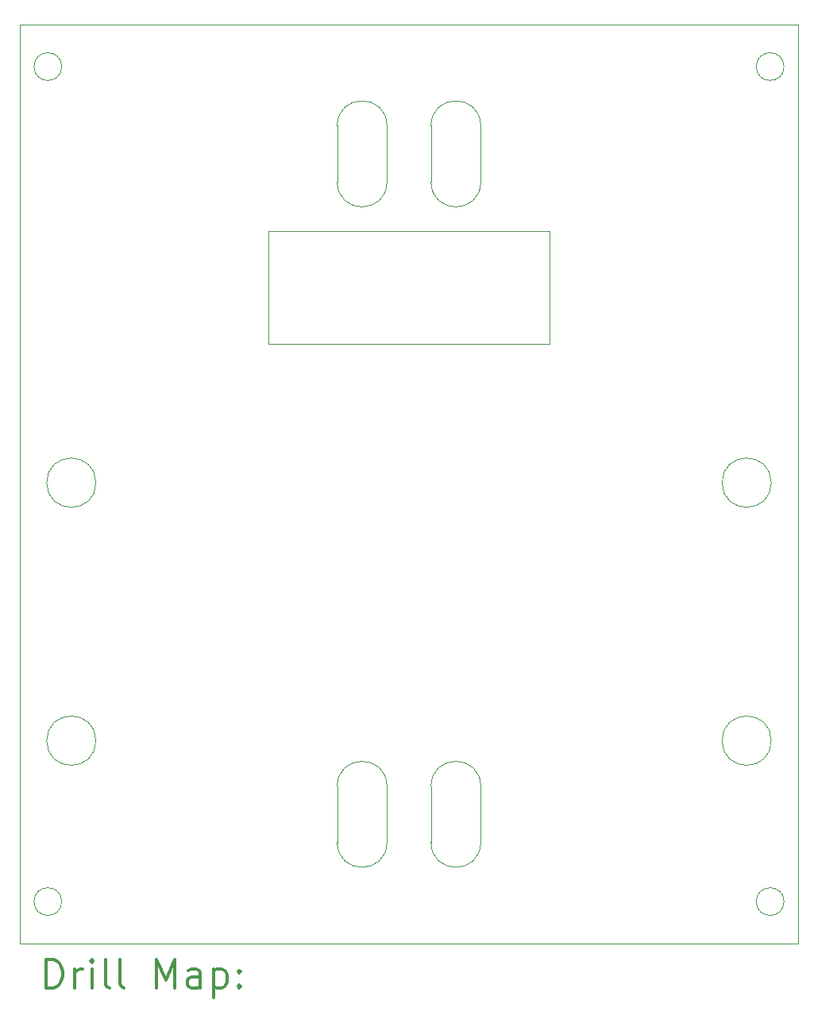
<source format=gbr>
%FSLAX45Y45*%
G04 Gerber Fmt 4.5, Leading zero omitted, Abs format (unit mm)*
G04 Created by KiCad (PCBNEW (5.1.10)-1) date 2022-05-07 17:48:41*
%MOMM*%
%LPD*%
G01*
G04 APERTURE LIST*
%TA.AperFunction,Profile*%
%ADD10C,0.050000*%
%TD*%
%ADD11C,0.200000*%
%ADD12C,0.300000*%
G04 APERTURE END LIST*
D10*
X12650000Y-8375000D02*
X12650000Y-7175000D01*
X15650000Y-8375000D02*
X12650000Y-8375000D01*
X15650000Y-7175000D02*
X15650000Y-8375000D01*
X12650000Y-7175000D02*
X15650000Y-7175000D01*
X14915000Y-13693000D02*
G75*
G02*
X14385000Y-13693000I-265000J0D01*
G01*
X14385000Y-13093000D02*
G75*
G02*
X14915000Y-13093000I265000J0D01*
G01*
X13915000Y-13693000D02*
G75*
G02*
X13385000Y-13693000I-265000J0D01*
G01*
X13385000Y-13093000D02*
G75*
G02*
X13915000Y-13093000I265000J0D01*
G01*
X14915000Y-6653000D02*
G75*
G02*
X14385000Y-6653000I-265000J0D01*
G01*
X14385000Y-6053000D02*
G75*
G02*
X14915000Y-6053000I265000J0D01*
G01*
X13915000Y-6653000D02*
G75*
G02*
X13385000Y-6653000I-265000J0D01*
G01*
X13385000Y-6053000D02*
G75*
G02*
X13915000Y-6053000I265000J0D01*
G01*
X14915000Y-13693000D02*
X14915000Y-13093000D01*
X14385000Y-13093000D02*
X14385000Y-13693000D01*
X13915000Y-13693000D02*
X13915000Y-13093000D01*
X13385000Y-13093000D02*
X13385000Y-13693000D01*
X14915000Y-6053000D02*
X14915000Y-6653000D01*
X14385000Y-6053000D02*
X14385000Y-6653000D01*
X13915000Y-6053000D02*
X13915000Y-6653000D01*
X13385000Y-6653000D02*
X13385000Y-6053000D01*
X18012500Y-9858000D02*
G75*
G03*
X18012500Y-9858000I-262500J0D01*
G01*
X18012500Y-12608000D02*
G75*
G03*
X18012500Y-12608000I-262500J0D01*
G01*
X10812500Y-12608000D02*
G75*
G03*
X10812500Y-12608000I-262500J0D01*
G01*
X10812500Y-9858000D02*
G75*
G03*
X10812500Y-9858000I-262500J0D01*
G01*
X18147500Y-5423000D02*
G75*
G03*
X18147500Y-5423000I-147500J0D01*
G01*
X10447500Y-5423000D02*
G75*
G03*
X10447500Y-5423000I-147500J0D01*
G01*
X10447500Y-14323000D02*
G75*
G03*
X10447500Y-14323000I-147500J0D01*
G01*
X18147500Y-14323000D02*
G75*
G03*
X18147500Y-14323000I-147500J0D01*
G01*
X18300000Y-4975000D02*
X10000000Y-4975000D01*
X18300000Y-14775000D02*
X18300000Y-4975000D01*
X10000000Y-14775000D02*
X18300000Y-14775000D01*
X10000000Y-4975000D02*
X10000000Y-14775000D01*
D11*
D12*
X10283928Y-15243214D02*
X10283928Y-14943214D01*
X10355357Y-14943214D01*
X10398214Y-14957500D01*
X10426786Y-14986071D01*
X10441071Y-15014643D01*
X10455357Y-15071786D01*
X10455357Y-15114643D01*
X10441071Y-15171786D01*
X10426786Y-15200357D01*
X10398214Y-15228929D01*
X10355357Y-15243214D01*
X10283928Y-15243214D01*
X10583928Y-15243214D02*
X10583928Y-15043214D01*
X10583928Y-15100357D02*
X10598214Y-15071786D01*
X10612500Y-15057500D01*
X10641071Y-15043214D01*
X10669643Y-15043214D01*
X10769643Y-15243214D02*
X10769643Y-15043214D01*
X10769643Y-14943214D02*
X10755357Y-14957500D01*
X10769643Y-14971786D01*
X10783928Y-14957500D01*
X10769643Y-14943214D01*
X10769643Y-14971786D01*
X10955357Y-15243214D02*
X10926786Y-15228929D01*
X10912500Y-15200357D01*
X10912500Y-14943214D01*
X11112500Y-15243214D02*
X11083928Y-15228929D01*
X11069643Y-15200357D01*
X11069643Y-14943214D01*
X11455357Y-15243214D02*
X11455357Y-14943214D01*
X11555357Y-15157500D01*
X11655357Y-14943214D01*
X11655357Y-15243214D01*
X11926786Y-15243214D02*
X11926786Y-15086071D01*
X11912500Y-15057500D01*
X11883928Y-15043214D01*
X11826786Y-15043214D01*
X11798214Y-15057500D01*
X11926786Y-15228929D02*
X11898214Y-15243214D01*
X11826786Y-15243214D01*
X11798214Y-15228929D01*
X11783928Y-15200357D01*
X11783928Y-15171786D01*
X11798214Y-15143214D01*
X11826786Y-15128929D01*
X11898214Y-15128929D01*
X11926786Y-15114643D01*
X12069643Y-15043214D02*
X12069643Y-15343214D01*
X12069643Y-15057500D02*
X12098214Y-15043214D01*
X12155357Y-15043214D01*
X12183928Y-15057500D01*
X12198214Y-15071786D01*
X12212500Y-15100357D01*
X12212500Y-15186071D01*
X12198214Y-15214643D01*
X12183928Y-15228929D01*
X12155357Y-15243214D01*
X12098214Y-15243214D01*
X12069643Y-15228929D01*
X12341071Y-15214643D02*
X12355357Y-15228929D01*
X12341071Y-15243214D01*
X12326786Y-15228929D01*
X12341071Y-15214643D01*
X12341071Y-15243214D01*
X12341071Y-15057500D02*
X12355357Y-15071786D01*
X12341071Y-15086071D01*
X12326786Y-15071786D01*
X12341071Y-15057500D01*
X12341071Y-15086071D01*
M02*

</source>
